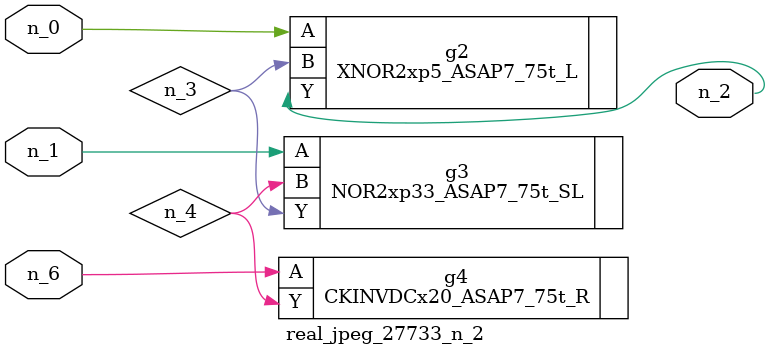
<source format=v>
module real_jpeg_27733_n_2 (n_6, n_1, n_0, n_2);

input n_6;
input n_1;
input n_0;

output n_2;

wire n_4;
wire n_3;

XNOR2xp5_ASAP7_75t_L g2 ( 
.A(n_0),
.B(n_3),
.Y(n_2)
);

NOR2xp33_ASAP7_75t_SL g3 ( 
.A(n_1),
.B(n_4),
.Y(n_3)
);

CKINVDCx20_ASAP7_75t_R g4 ( 
.A(n_6),
.Y(n_4)
);


endmodule
</source>
